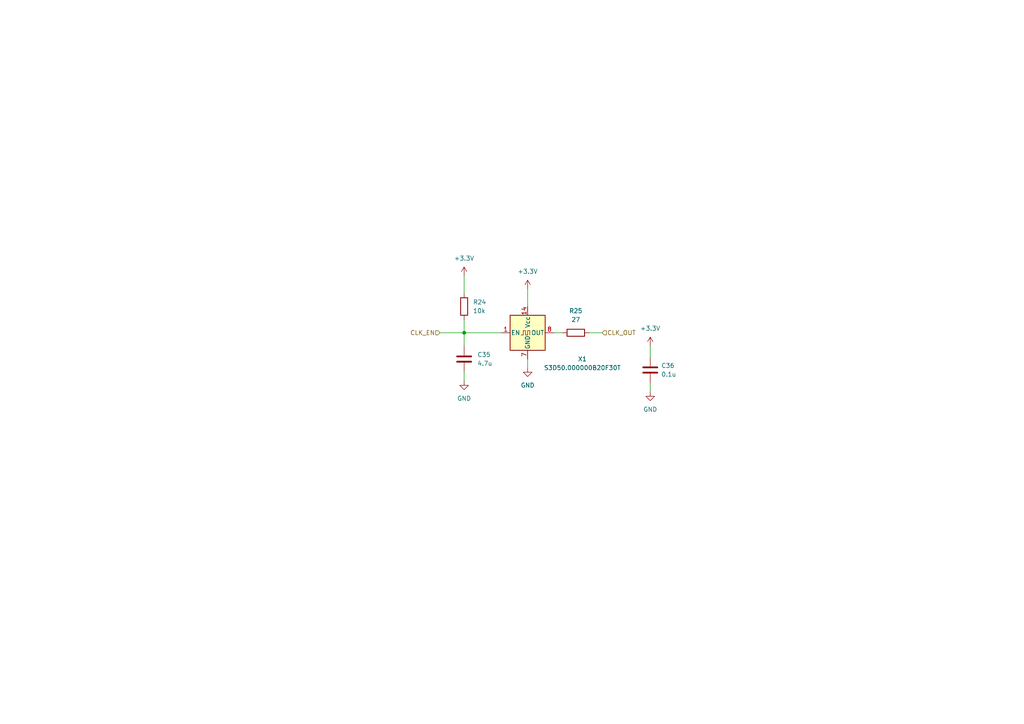
<source format=kicad_sch>
(kicad_sch (version 20211123) (generator eeschema)
  (paper "A4")
  (lib_symbols
    (symbol "Device:C" (pin_numbers hide) (pin_names (offset 0.254))
      (property "Reference" "C" (at 0.635 2.54 0))
      (property "Value" "C" (at 0.635 -2.54 0))
      (symbol "C_0_1"
        (polyline (pts (xy -2.032 -0.762) (xy 2.032 -0.762)) (stroke (width 0.508)))
        (polyline (pts (xy -2.032 0.762) (xy 2.032 0.762)) (stroke (width 0.508)))
      )
      (symbol "C_1_1"
        (pin passive line (at 0 3.81 270) (length 2.794) (name "~") (number "1"))
        (pin passive line (at 0 -3.81 90) (length 2.794) (name "~") (number "2"))
      )
    )
    (symbol "Device:R" (pin_numbers hide) (pin_names (offset 0))
      (property "Reference" "R" (at 2.032 0 90))
      (property "Value" "R" (at 0 0 90))
      (symbol "R_0_1"
        (rectangle (start -1.016 -2.54) (end 1.016 2.54) (stroke (width 0.254)))
      )
      (symbol "R_1_1"
        (pin passive line (at 0 3.81 270) (length 1.27) (name "~") (number "1"))
        (pin passive line (at 0 -3.81 90) (length 1.27) (name "~") (number "2"))
      )
    )
    (symbol "Oscillator:CXO_DIP14" (pin_names (offset 0.254))
      (property "Reference" "X" (at -5.08 6.35 0))
      (property "Value" "CXO_DIP14" (at 1.27 -6.35 0))
      (symbol "CXO_DIP14_0_1"
        (rectangle (start -5.08 5.08) (end 5.08 -5.08) (stroke (width 0.254)) (fill (type background)))
        (polyline (pts (xy -1.905 -0.635) (xy -1.27 -0.635) (xy -1.27 0.635) (xy -0.635 0.635) (xy -0.635 -0.635) (xy 0 -0.635) (xy 0 0.635) (xy 0.635 0.635) (xy 0.635 -0.635)))
      )
      (symbol "CXO_DIP14_1_1"
        (pin input line (at -7.62 0 0) (length 2.54) (name "EN") (number "1"))
        (pin power_in line (at 0 7.62 270) (length 2.54) (name "Vcc") (number "14"))
        (pin power_in line (at 0 -7.62 90) (length 2.54) (name "GND") (number "7"))
        (pin output line (at 7.62 0 180) (length 2.54) (name "OUT") (number "8"))
      )
    )
    (symbol "power:+3.3V" (power) (pin_names (offset 0))
      (property "Value" "+3.3V" (at 0 3.556 0))
      (symbol "+3.3V_0_1"
        (polyline (pts (xy -0.762 1.27) (xy 0 2.54)))
        (polyline (pts (xy 0 0) (xy 0 2.54)))
        (polyline (pts (xy 0 2.54) (xy 0.762 1.27)))
      )
      (symbol "+3.3V_1_1"
        (pin power_in line (at 0 0 90) (length 0) hide (name "+3.3V") (number "1"))
      )
    )
    (symbol "power:GND" (power) (pin_names (offset 0))
      (property "Value" "GND" (at 0 -3.81 0))
      (symbol "GND_0_1"
        (polyline (pts (xy 0 0) (xy 0 -1.27) (xy 1.27 -1.27) (xy 0 -2.54) (xy -1.27 -1.27) (xy 0 -1.27)))
      )
      (symbol "GND_1_1"
        (pin power_in line (at 0 0 270) (length 0) hide (name "GND") (number "1"))
      )
    )
  )
  (junction (at 134.62 96.52))
  (wire (pts (xy 134.62 80.01) (xy 134.62 85.09)))
  (wire (pts (xy 153.035 83.82) (xy 153.035 88.9)))
  (wire (pts (xy 160.655 96.52) (xy 163.195 96.52)))
  (wire (pts (xy 153.035 104.14) (xy 153.035 106.68)))
  (wire (pts (xy 134.62 107.95) (xy 134.62 110.49)))
  (wire (pts (xy 134.62 96.52) (xy 134.62 100.33)))
  (wire (pts (xy 188.595 100.33) (xy 188.595 103.505)))
  (wire (pts (xy 170.815 96.52) (xy 174.625 96.52)))
  (wire (pts (xy 134.62 96.52) (xy 134.62 92.71)))
  (wire (pts (xy 127.635 96.52) (xy 134.62 96.52)))
  (wire (pts (xy 188.595 111.125) (xy 188.595 113.665)))
  (wire (pts (xy 145.415 96.52) (xy 134.62 96.52)))
  (hierarchical_label "CLK_OUT" (shape input) (at 174.625 96.52 0))
  (hierarchical_label "CLK_EN" (shape input) (at 127.635 96.52 180))
  (symbol (lib_id "power:+3.3V") (at 188.595 100.33 0) (unit 1)
    (property "Reference" "#PWR053" (effects hide))
    (property "Value" "+3.3V" (at 188.595 95.25 0))
  )
  (symbol (lib_id "Device:C") (at 188.595 107.315 0) (unit 1)
    (property "Reference" "C36" (at 191.77 106.0449 0) (effects (justify left)))
    (property "Value" "0.1u" (at 191.77 108.5849 0) (effects (justify left)))
  )
  (symbol (lib_id "power:GND") (at 188.595 113.665 0) (unit 1)
    (property "Reference" "#PWR054" (effects hide))
    (property "Value" "GND" (at 188.595 118.745 0))
  )
  (symbol (lib_id "power:GND") (at 134.62 110.49 0) (unit 1)
    (property "Reference" "#PWR050" (effects hide))
    (property "Value" "GND" (at 134.62 115.57 0))
  )
  (symbol (lib_id "Device:R") (at 134.62 88.9 0) (unit 1)
    (property "Reference" "R24" (at 137.16 87.6299 0) (effects (justify left)))
    (property "Value" "10k" (at 137.16 90.1699 0) (effects (justify left)))
  )
  (symbol (lib_id "power:+3.3V") (at 134.62 80.01 0) (unit 1)
    (property "Reference" "#PWR049" (effects hide))
    (property "Value" "+3.3V" (at 134.62 74.93 0))
  )
  (symbol (lib_id "Oscillator:CXO_DIP14") (at 153.035 96.52 0) (unit 1)
    (property "Reference" "X1" (at 168.91 104.14 0))
    (property "Value" "S3D50.000000B20F30T" (at 168.91 106.68 0))
    (property "Datasheet" "https://datasheet.lcsc.com/lcsc/2209071730_Shenzhen-SCTF-Elec-S3D50-000000B20F30T_C387445.pdf" (effects hide))
    (property "LCSC" "C387445" (effects hide))
  )
  (symbol (lib_id "Device:R") (at 167.005 96.52 90) (unit 1)
    (property "Reference" "R25" (at 167.005 90.17 90))
    (property "Value" "27" (at 167.005 92.71 90))
  )
  (symbol (lib_id "power:GND") (at 153.035 106.68 0) (unit 1)
    (property "Reference" "#PWR052" (effects hide))
    (property "Value" "GND" (at 153.035 111.76 0))
  )
  (symbol (lib_id "power:+3.3V") (at 153.035 83.82 0) (unit 1)
    (property "Reference" "#PWR051" (effects hide))
    (property "Value" "+3.3V" (at 153.035 78.74 0))
  )
  (symbol (lib_id "Device:C") (at 134.62 104.14 0) (unit 1)
    (property "Reference" "C35" (at 138.43 102.8699 0) (effects (justify left)))
    (property "Value" "4.7u" (at 138.43 105.4099 0) (effects (justify left)))
  )
)
</source>
